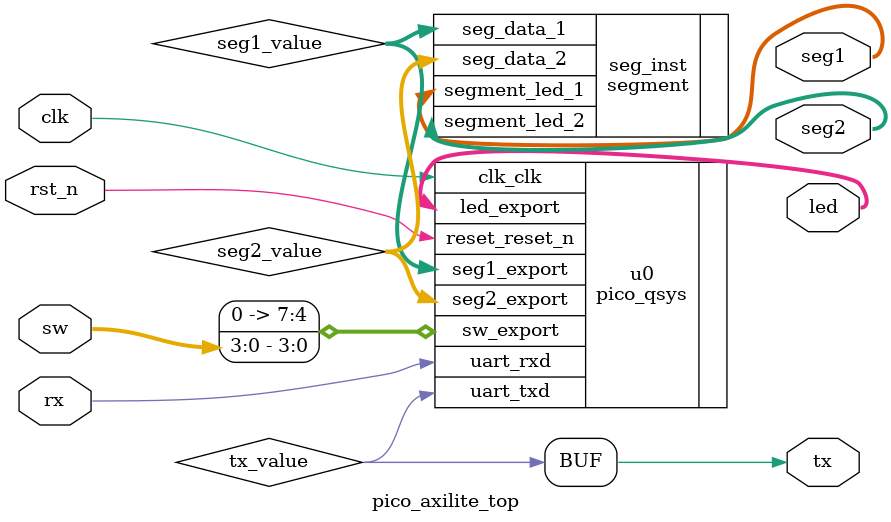
<source format=v>
module pico_axilite_top(
	input clk,
	input rst_n,
	
	input rx,
	output tx,
	
	input [3:0] sw,
	output [7:0] led,
	output [8:0] seg1,
	output [8:0] seg2
);

	wire [3:0] seg1_value, seg2_value;
	wire tx_value;
	
	assign tx = tx_value;
	
	pico_qsys u0 (
		.clk_clk       (clk),       //   clk.clk
		.reset_reset_n (rst_n), // reset.reset_n
		.uart_rxd      (rx),      //  uart.rxd
		.uart_txd      (tx_value),       //      .txd
		.led_export		(led),
		.seg1_export	(seg1_value),
		.seg2_export	(seg2_value),
		.sw_export		({4'b0000, sw})
	);

	segment seg_inst(
		.seg_data_1(seg1_value),
		.seg_data_2(seg2_value),
		.segment_led_1(seg1),
		.segment_led_2(seg2)
	);
	
endmodule

</source>
